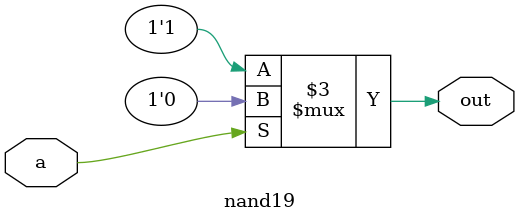
<source format=v>
module nand19 (
    input wire a,
    output reg out
);

    always @(*) begin
        out = (a & a) ? 1'b0 : 1'b1;
    end
    
endmodule

</source>
